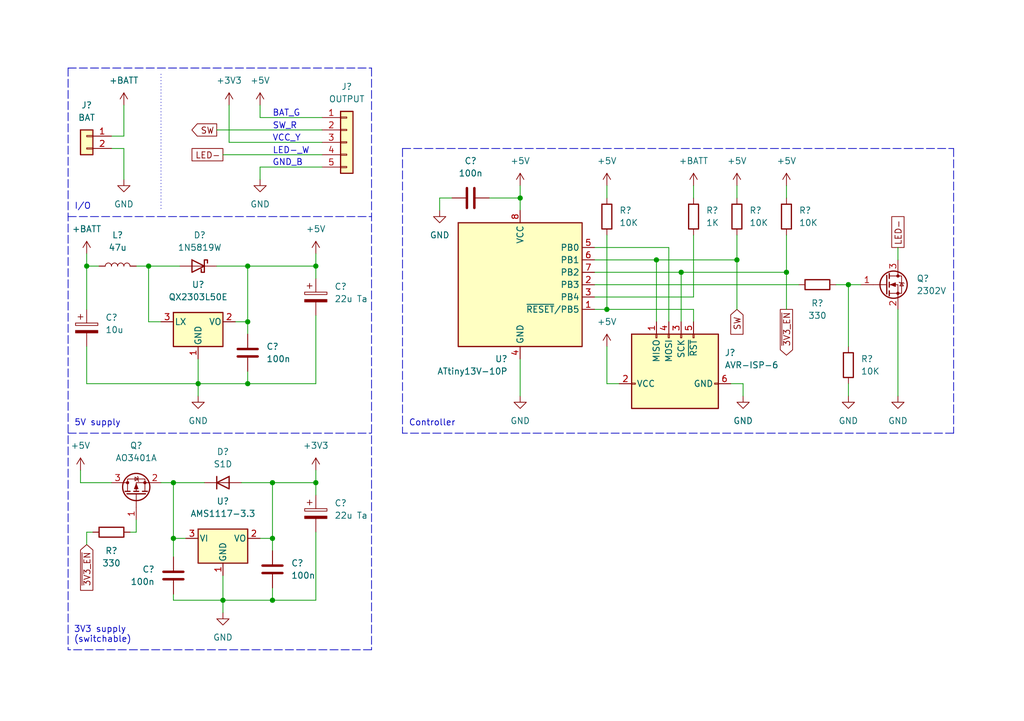
<source format=kicad_sch>
(kicad_sch (version 20211123) (generator eeschema)
  (paper "A5")
  (title_block (title "Napoleon Grill Battery Supply") (date "2024-10-22") (rev "0.1-alpha") (company "Yavook!de") (comment 1 "Napoleon Rogue SE (Special Edition) 425"))
  (lib_symbols
    (symbol "Connector:AVR-ISP-6" (pin_names (offset 1.016))
      (property "Reference" "J" (at -6.35 11.43 0))
      (property "Value" "AVR-ISP-6" (at 0 11.43 0))
      (symbol "AVR-ISP-6_0_1"
        (rectangle (start -2.667 -6.858) (end -2.413 -7.62))
        (rectangle (start -2.667 10.16) (end -2.413 9.398))
        (rectangle (start 7.62 -2.413) (end 6.858 -2.667))
        (rectangle (start 7.62 0.127) (end 6.858 -0.127))
        (rectangle (start 7.62 2.667) (end 6.858 2.413))
        (rectangle (start 7.62 5.207) (end 6.858 4.953))
        (rectangle (start 7.62 10.16) (end -7.62 -7.62) (stroke (width 0.254)) (fill (type background)))
      )
      (symbol "AVR-ISP-6_1_1"
        (pin passive line (at 10.16 5.08 180) (length 2.54) (name "MISO") (number "1"))
        (pin passive line (at -2.54 12.7 270) (length 2.54) (name "VCC") (number "2"))
        (pin passive line (at 10.16 0 180) (length 2.54) (name "SCK") (number "3"))
        (pin passive line (at 10.16 2.54 180) (length 2.54) (name "MOSI") (number "4"))
        (pin passive line (at 10.16 -2.54 180) (length 2.54) (name "~{RST}") (number "5"))
        (pin passive line (at -2.54 -10.16 90) (length 2.54) (name "GND") (number "6"))
      )
    )
    (symbol "Connector_Generic:Conn_01x02" (pin_names (offset 1.016) hide)
      (property "Reference" "J" (at 0 2.54 0))
      (property "Value" "Conn_01x02" (at 0 -5.08 0))
      (symbol "Conn_01x02_1_1"
        (rectangle (start -1.27 -2.413) (end 0 -2.667) (stroke (width 0.1524)))
        (rectangle (start -1.27 0.127) (end 0 -0.127) (stroke (width 0.1524)))
        (rectangle (start -1.27 1.27) (end 1.27 -3.81) (stroke (width 0.254)) (fill (type background)))
        (pin passive line (at -5.08 0 0) (length 3.81) (name "Pin_1") (number "1"))
        (pin passive line (at -5.08 -2.54 0) (length 3.81) (name "Pin_2") (number "2"))
      )
    )
    (symbol "Connector_Generic:Conn_01x05" (pin_names (offset 1.016) hide)
      (property "Reference" "J" (at 0 7.62 0))
      (property "Value" "Conn_01x05" (at 0 -7.62 0))
      (symbol "Conn_01x05_1_1"
        (rectangle (start -1.27 -4.953) (end 0 -5.207) (stroke (width 0.1524)))
        (rectangle (start -1.27 -2.413) (end 0 -2.667) (stroke (width 0.1524)))
        (rectangle (start -1.27 0.127) (end 0 -0.127) (stroke (width 0.1524)))
        (rectangle (start -1.27 2.667) (end 0 2.413) (stroke (width 0.1524)))
        (rectangle (start -1.27 5.207) (end 0 4.953) (stroke (width 0.1524)))
        (rectangle (start -1.27 6.35) (end 1.27 -6.35) (stroke (width 0.254)) (fill (type background)))
        (pin passive line (at -5.08 5.08 0) (length 3.81) (name "Pin_1") (number "1"))
        (pin passive line (at -5.08 2.54 0) (length 3.81) (name "Pin_2") (number "2"))
        (pin passive line (at -5.08 0 0) (length 3.81) (name "Pin_3") (number "3"))
        (pin passive line (at -5.08 -2.54 0) (length 3.81) (name "Pin_4") (number "4"))
        (pin passive line (at -5.08 -5.08 0) (length 3.81) (name "Pin_5") (number "5"))
      )
    )
    (symbol "Device:C" (pin_numbers hide) (pin_names (offset 0.254))
      (property "Reference" "C" (at 0.635 2.54 0))
      (property "Value" "C" (at 0.635 -2.54 0))
      (symbol "C_0_1"
        (polyline (pts (xy -2.032 -0.762) (xy 2.032 -0.762)) (stroke (width 0.508)))
        (polyline (pts (xy -2.032 0.762) (xy 2.032 0.762)) (stroke (width 0.508)))
      )
      (symbol "C_1_1"
        (pin passive line (at 0 3.81 270) (length 2.794) (name "~") (number "1"))
        (pin passive line (at 0 -3.81 90) (length 2.794) (name "~") (number "2"))
      )
    )
    (symbol "Device:C_Polarized" (pin_numbers hide) (pin_names (offset 0.254))
      (property "Reference" "C" (at 0.635 2.54 0))
      (property "Value" "C_Polarized" (at 0.635 -2.54 0))
      (symbol "C_Polarized_0_1"
        (rectangle (start -2.286 0.508) (end 2.286 1.016))
        (polyline (pts (xy -1.778 2.286) (xy -0.762 2.286)))
        (polyline (pts (xy -1.27 2.794) (xy -1.27 1.778)))
        (rectangle (start 2.286 -0.508) (end -2.286 -1.016) (fill (type outline)))
      )
      (symbol "C_Polarized_1_1"
        (pin passive line (at 0 3.81 270) (length 2.794) (name "~") (number "1"))
        (pin passive line (at 0 -3.81 90) (length 2.794) (name "~") (number "2"))
      )
    )
    (symbol "Device:D_Schottky" (pin_numbers hide) (pin_names (offset 1.016) hide)
      (property "Reference" "D" (at 0 2.54 0))
      (property "Value" "D_Schottky" (at 0 -2.54 0))
      (symbol "D_Schottky_0_1"
        (polyline (pts (xy 1.27 0) (xy -1.27 0)))
        (polyline (pts (xy 1.27 1.27) (xy 1.27 -1.27) (xy -1.27 0) (xy 1.27 1.27)) (stroke (width 0.254)))
        (polyline (pts (xy -1.905 0.635) (xy -1.905 1.27) (xy -1.27 1.27) (xy -1.27 -1.27) (xy -0.635 -1.27) (xy -0.635 -0.635)) (stroke (width 0.254)))
      )
      (symbol "D_Schottky_1_1"
        (pin passive line (at -3.81 0 0) (length 2.54) (name "K") (number "1"))
        (pin passive line (at 3.81 0 180) (length 2.54) (name "A") (number "2"))
      )
    )
    (symbol "Device:L" (pin_numbers hide) (pin_names (offset 1.016) hide)
      (property "Reference" "L" (at -1.27 0 90))
      (property "Value" "L" (at 1.905 0 90))
      (symbol "L_0_1"
        (arc (start 0 -2.54) (mid 0.635 -1.905) (end 0 -1.27))
        (arc (start 0 -1.27) (mid 0.635 -0.635) (end 0 0))
        (arc (start 0 0) (mid 0.635 0.635) (end 0 1.27))
        (arc (start 0 1.27) (mid 0.635 1.905) (end 0 2.54))
      )
      (symbol "L_1_1"
        (pin passive line (at 0 3.81 270) (length 1.27) (name "1") (number "1"))
        (pin passive line (at 0 -3.81 90) (length 1.27) (name "2") (number "2"))
      )
    )
    (symbol "Device:R" (pin_numbers hide) (pin_names (offset 0))
      (property "Reference" "R" (at 2.032 0 90))
      (property "Value" "R" (at 0 0 90))
      (symbol "R_0_1"
        (rectangle (start -1.016 -2.54) (end 1.016 2.54) (stroke (width 0.254)))
      )
      (symbol "R_1_1"
        (pin passive line (at 0 3.81 270) (length 1.27) (name "~") (number "1"))
        (pin passive line (at 0 -3.81 90) (length 1.27) (name "~") (number "2"))
      )
    )
    (symbol "Diode:US1D" (pin_numbers hide) (pin_names (offset 1.016) hide)
      (property "Reference" "D" (at 0 2.54 0))
      (property "Value" "US1D" (at 0 -2.54 0))
      (symbol "US1D_0_1"
        (polyline (pts (xy -1.27 1.27) (xy -1.27 -1.27)) (stroke (width 0.254)))
        (polyline (pts (xy 1.27 0) (xy -1.27 0)))
        (polyline (pts (xy 1.27 1.27) (xy 1.27 -1.27) (xy -1.27 0) (xy 1.27 1.27)) (stroke (width 0.254)))
      )
      (symbol "US1D_1_1"
        (pin passive line (at -3.81 0 0) (length 2.54) (name "K") (number "1"))
        (pin passive line (at 3.81 0 180) (length 2.54) (name "A") (number "2"))
      )
    )
    (symbol "MCU_Microchip_ATtiny:ATtiny13V-10P"
      (property "Reference" "U" (at -12.7 13.97 0))
      (property "Value" "ATtiny13V-10P" (at 2.54 -13.97 0))
      (symbol "ATtiny13V-10P_0_1"
        (rectangle (start -12.7 -12.7) (end 12.7 12.7) (stroke (width 0.254)) (fill (type background)))
      )
      (symbol "ATtiny13V-10P_1_1"
        (pin bidirectional line (at 15.24 -5.08 180) (length 2.54) (name "~{RESET}/PB5") (number "1"))
        (pin bidirectional line (at 15.24 0 180) (length 2.54) (name "PB3") (number "2"))
        (pin bidirectional line (at 15.24 -2.54 180) (length 2.54) (name "PB4") (number "3"))
        (pin power_in line (at 0 -15.24 90) (length 2.54) (name "GND") (number "4"))
        (pin bidirectional line (at 15.24 7.62 180) (length 2.54) (name "PB0") (number "5"))
        (pin bidirectional line (at 15.24 5.08 180) (length 2.54) (name "PB1") (number "6"))
        (pin bidirectional line (at 15.24 2.54 180) (length 2.54) (name "PB2") (number "7"))
        (pin power_in line (at 0 15.24 270) (length 2.54) (name "VCC") (number "8"))
      )
    )
    (symbol "Regulator_Linear:AMS1117-3.3" (pin_names (offset 0.254))
      (property "Reference" "U" (at -3.81 3.175 0))
      (property "Value" "AMS1117-3.3" (at 0 3.175 0))
      (symbol "AMS1117-3.3_0_1"
        (rectangle (start -5.08 -5.08) (end 5.08 1.905) (stroke (width 0.254)) (fill (type background)))
      )
      (symbol "AMS1117-3.3_1_1"
        (pin power_in line (at 0 -7.62 90) (length 2.54) (name "GND") (number "1"))
        (pin power_out line (at 7.62 0 180) (length 2.54) (name "VO") (number "2"))
        (pin power_in line (at -7.62 0 0) (length 2.54) (name "VI") (number "3"))
      )
    )
    (symbol "Transistor_FET:AO3401A" (pin_names hide)
      (property "Reference" "Q" (at 5.08 1.905 0))
      (property "Value" "AO3401A" (at 5.08 0 0))
      (symbol "AO3401A_0_1"
        (polyline (pts (xy 0.254 0) (xy -2.54 0)))
        (polyline (pts (xy 0.254 1.905) (xy 0.254 -1.905)) (stroke (width 0.254)))
        (polyline (pts (xy 0.762 -1.27) (xy 0.762 -2.286)) (stroke (width 0.254)))
        (polyline (pts (xy 0.762 0.508) (xy 0.762 -0.508)) (stroke (width 0.254)))
        (polyline (pts (xy 0.762 2.286) (xy 0.762 1.27)) (stroke (width 0.254)))
        (polyline (pts (xy 2.54 2.54) (xy 2.54 1.778)))
        (polyline (pts (xy 2.54 -2.54) (xy 2.54 0) (xy 0.762 0)))
        (polyline (pts (xy 0.762 1.778) (xy 3.302 1.778) (xy 3.302 -1.778) (xy 0.762 -1.778)))
        (polyline (pts (xy 2.286 0) (xy 1.27 0.381) (xy 1.27 -0.381) (xy 2.286 0)) (fill (type outline)))
        (polyline (pts (xy 2.794 -0.508) (xy 2.921 -0.381) (xy 3.683 -0.381) (xy 3.81 -0.254)))
        (polyline (pts (xy 3.302 -0.381) (xy 2.921 0.254) (xy 3.683 0.254) (xy 3.302 -0.381)))
        (circle (center 1.651 0) (radius 2.794) (stroke (width 0.254)))
        (circle (center 2.54 -1.778) (radius 0.254) (fill (type outline)))
        (circle (center 2.54 1.778) (radius 0.254) (fill (type outline)))
      )
      (symbol "AO3401A_1_1"
        (pin input line (at -5.08 0 0) (length 2.54) (name "G") (number "1"))
        (pin passive line (at 2.54 -5.08 90) (length 2.54) (name "S") (number "2"))
        (pin passive line (at 2.54 5.08 270) (length 2.54) (name "D") (number "3"))
      )
    )
    (symbol "Transistor_FET:DMG2302U" (pin_names hide)
      (property "Reference" "Q" (at 5.08 1.905 0))
      (property "Value" "DMG2302U" (at 5.08 0 0))
      (symbol "DMG2302U_0_1"
        (polyline (pts (xy 0.254 0) (xy -2.54 0)))
        (polyline (pts (xy 0.254 1.905) (xy 0.254 -1.905)) (stroke (width 0.254)))
        (polyline (pts (xy 0.762 -1.27) (xy 0.762 -2.286)) (stroke (width 0.254)))
        (polyline (pts (xy 0.762 0.508) (xy 0.762 -0.508)) (stroke (width 0.254)))
        (polyline (pts (xy 0.762 2.286) (xy 0.762 1.27)) (stroke (width 0.254)))
        (polyline (pts (xy 2.54 2.54) (xy 2.54 1.778)))
        (polyline (pts (xy 2.54 -2.54) (xy 2.54 0) (xy 0.762 0)))
        (polyline (pts (xy 0.762 -1.778) (xy 3.302 -1.778) (xy 3.302 1.778) (xy 0.762 1.778)))
        (polyline (pts (xy 1.016 0) (xy 2.032 0.381) (xy 2.032 -0.381) (xy 1.016 0)) (fill (type outline)))
        (polyline (pts (xy 2.794 0.508) (xy 2.921 0.381) (xy 3.683 0.381) (xy 3.81 0.254)))
        (polyline (pts (xy 3.302 0.381) (xy 2.921 -0.254) (xy 3.683 -0.254) (xy 3.302 0.381)))
        (circle (center 1.651 0) (radius 2.794) (stroke (width 0.254)))
        (circle (center 2.54 -1.778) (radius 0.254) (fill (type outline)))
        (circle (center 2.54 1.778) (radius 0.254) (fill (type outline)))
      )
      (symbol "DMG2302U_1_1"
        (pin input line (at -5.08 0 0) (length 2.54) (name "G") (number "1"))
        (pin passive line (at 2.54 -5.08 90) (length 2.54) (name "S") (number "2"))
        (pin passive line (at 2.54 5.08 270) (length 2.54) (name "D") (number "3"))
      )
    )
    (symbol "mini-boards:QX2303L50E" (pin_names (offset 0.254))
      (property "Reference" "U" (at -3.81 3.175 0))
      (property "Value" "QX2303L50E" (at 0 3.175 0))
      (symbol "QX2303L50E_0_1"
        (rectangle (start -5.08 -5.08) (end 5.08 1.905) (stroke (width 0.254)) (fill (type background)))
      )
      (symbol "QX2303L50E_1_1"
        (pin power_in line (at 0 -7.62 90) (length 2.54) (name "GND") (number "1"))
        (pin power_out line (at 7.62 0 180) (length 2.54) (name "VO") (number "2"))
        (pin open_collector line (at -7.62 0 0) (length 2.54) (name "LX") (number "3"))
      )
    )
    (symbol "power:+3V3" (power) (pin_names (offset 0))
      (property "Value" "+3V3" (at 0 3.556 0))
      (symbol "+3V3_0_1"
        (polyline (pts (xy -0.762 1.27) (xy 0 2.54)))
        (polyline (pts (xy 0 0) (xy 0 2.54)))
        (polyline (pts (xy 0 2.54) (xy 0.762 1.27)))
      )
      (symbol "+3V3_1_1"
        (pin power_in line (at 0 0 90) (length 0) hide (name "+3V3") (number "1"))
      )
    )
    (symbol "power:+5V" (power) (pin_names (offset 0))
      (property "Value" "+5V" (at 0 3.556 0))
      (symbol "+5V_0_1"
        (polyline (pts (xy -0.762 1.27) (xy 0 2.54)))
        (polyline (pts (xy 0 0) (xy 0 2.54)))
        (polyline (pts (xy 0 2.54) (xy 0.762 1.27)))
      )
      (symbol "+5V_1_1"
        (pin power_in line (at 0 0 90) (length 0) hide (name "+5V") (number "1"))
      )
    )
    (symbol "power:+BATT" (power) (pin_names (offset 0))
      (property "Value" "+BATT" (at 0 3.556 0))
      (symbol "+BATT_0_1"
        (polyline (pts (xy -0.762 1.27) (xy 0 2.54)))
        (polyline (pts (xy 0 0) (xy 0 2.54)))
        (polyline (pts (xy 0 2.54) (xy 0.762 1.27)))
      )
      (symbol "+BATT_1_1"
        (pin power_in line (at 0 0 90) (length 0) hide (name "+BATT") (number "1"))
      )
    )
    (symbol "power:GND" (power) (pin_names (offset 0))
      (property "Value" "GND" (at 0 -3.81 0))
      (symbol "GND_0_1"
        (polyline (pts (xy 0 0) (xy 0 -1.27) (xy 1.27 -1.27) (xy 0 -2.54) (xy -1.27 -1.27) (xy 0 -1.27)))
      )
      (symbol "GND_1_1"
        (pin power_in line (at 0 0 270) (length 0) hide (name "GND") (number "1"))
      )
    )
  )
  (junction (at 139.7 55.88))
  (junction (at 40.64 78.74))
  (junction (at 50.8 78.74))
  (junction (at 35.56 110.49))
  (junction (at 124.46 63.5))
  (junction (at 35.56 99.06))
  (junction (at 151.13 53.34))
  (junction (at 173.99 58.42))
  (junction (at 55.88 123.19))
  (junction (at 134.62 53.34))
  (junction (at 50.8 54.61))
  (junction (at 30.48 54.61))
  (junction (at 161.29 55.88))
  (junction (at 45.72 123.19))
  (junction (at 64.77 99.06))
  (junction (at 64.77 54.61))
  (junction (at 17.78 54.61))
  (junction (at 55.88 110.49))
  (junction (at 50.8 66.04))
  (junction (at 106.68 40.64))
  (junction (at 55.88 99.06))
  (wire (pts (xy 50.8 54.61) (xy 64.77 54.61)))
  (wire (pts (xy 16.51 99.06) (xy 22.86 99.06)))
  (wire (pts (xy 142.24 38.1) (xy 142.24 40.64)))
  (wire (pts (xy 49.53 99.06) (xy 55.88 99.06)))
  (polyline (pts (xy 13.97 13.97) (xy 13.97 133.35)))
  (wire (pts (xy 53.34 34.29) (xy 53.34 36.83)))
  (wire (pts (xy 106.68 73.66) (xy 106.68 81.28)))
  (polyline (pts (xy 13.97 88.9) (xy 76.2 88.9)))
  (wire (pts (xy 134.62 53.34) (xy 134.62 66.04)))
  (wire (pts (xy 40.64 73.66) (xy 40.64 78.74)))
  (wire (pts (xy 44.45 26.67) (xy 66.04 26.67)))
  (wire (pts (xy 35.56 123.19) (xy 45.72 123.19)))
  (wire (pts (xy 121.92 50.8) (xy 137.16 50.8)))
  (wire (pts (xy 45.72 31.75) (xy 66.04 31.75)))
  (wire (pts (xy 121.92 58.42) (xy 163.83 58.42)))
  (wire (pts (xy 55.88 99.06) (xy 55.88 110.49)))
  (wire (pts (xy 55.88 99.06) (xy 64.77 99.06)))
  (wire (pts (xy 106.68 38.1) (xy 106.68 40.64)))
  (wire (pts (xy 25.4 21.59) (xy 25.4 27.94)))
  (polyline (pts (xy 13.97 44.45) (xy 76.2 44.45)))
  (wire (pts (xy 22.86 30.48) (xy 25.4 30.48)))
  (wire (pts (xy 184.15 63.5) (xy 184.15 81.28)))
  (polyline (pts (xy 33.02 15.24) (xy 33.02 43.18)) (stroke (width 0) (type dot)))
  (wire (pts (xy 22.86 27.94) (xy 25.4 27.94)))
  (wire (pts (xy 55.88 120.65) (xy 55.88 123.19)))
  (wire (pts (xy 100.33 40.64) (xy 106.68 40.64)))
  (wire (pts (xy 64.77 96.52) (xy 64.77 99.06)))
  (wire (pts (xy 121.92 55.88) (xy 139.7 55.88)))
  (wire (pts (xy 17.78 111.76) (xy 17.78 109.22)))
  (wire (pts (xy 64.77 52.07) (xy 64.77 54.61)))
  (wire (pts (xy 142.24 60.96) (xy 142.24 48.26)))
  (wire (pts (xy 48.26 66.04) (xy 50.8 66.04)))
  (wire (pts (xy 16.51 96.52) (xy 16.51 99.06)))
  (wire (pts (xy 90.17 40.64) (xy 90.17 43.18)))
  (wire (pts (xy 152.4 78.74) (xy 152.4 81.28)))
  (wire (pts (xy 17.78 54.61) (xy 20.32 54.61)))
  (wire (pts (xy 139.7 55.88) (xy 139.7 66.04)))
  (wire (pts (xy 17.78 78.74) (xy 40.64 78.74)))
  (wire (pts (xy 124.46 38.1) (xy 124.46 40.64)))
  (wire (pts (xy 149.86 78.74) (xy 152.4 78.74)))
  (polyline (pts (xy 76.2 13.97) (xy 76.2 133.35)))
  (wire (pts (xy 137.16 50.8) (xy 137.16 66.04)))
  (wire (pts (xy 124.46 78.74) (xy 127 78.74)))
  (wire (pts (xy 124.46 48.26) (xy 124.46 63.5)))
  (polyline (pts (xy 195.58 30.48) (xy 195.58 88.9)))
  (wire (pts (xy 55.88 110.49) (xy 55.88 113.03)))
  (wire (pts (xy 151.13 38.1) (xy 151.13 40.64)))
  (wire (pts (xy 27.94 109.22) (xy 27.94 106.68)))
  (wire (pts (xy 64.77 123.19) (xy 55.88 123.19)))
  (wire (pts (xy 121.92 60.96) (xy 142.24 60.96)))
  (wire (pts (xy 64.77 109.22) (xy 64.77 123.19)))
  (polyline (pts (xy 82.55 30.48) (xy 195.58 30.48)))
  (wire (pts (xy 106.68 40.64) (xy 106.68 43.18)))
  (polyline (pts (xy 76.2 133.35) (xy 13.97 133.35)))
  (wire (pts (xy 35.56 121.92) (xy 35.56 123.19)))
  (wire (pts (xy 171.45 58.42) (xy 173.99 58.42)))
  (wire (pts (xy 30.48 54.61) (xy 36.83 54.61)))
  (wire (pts (xy 17.78 109.22) (xy 19.05 109.22)))
  (wire (pts (xy 46.99 29.21) (xy 66.04 29.21)))
  (wire (pts (xy 92.71 40.64) (xy 90.17 40.64)))
  (wire (pts (xy 184.15 50.8) (xy 184.15 53.34)))
  (wire (pts (xy 124.46 63.5) (xy 142.24 63.5)))
  (wire (pts (xy 17.78 52.07) (xy 17.78 54.61)))
  (wire (pts (xy 64.77 64.77) (xy 64.77 78.74)))
  (wire (pts (xy 53.34 24.13) (xy 66.04 24.13)))
  (wire (pts (xy 30.48 66.04) (xy 30.48 54.61)))
  (wire (pts (xy 50.8 76.2) (xy 50.8 78.74)))
  (wire (pts (xy 151.13 48.26) (xy 151.13 53.34)))
  (wire (pts (xy 50.8 78.74) (xy 64.77 78.74)))
  (wire (pts (xy 17.78 63.5) (xy 17.78 54.61)))
  (wire (pts (xy 53.34 34.29) (xy 66.04 34.29)))
  (wire (pts (xy 45.72 123.19) (xy 45.72 118.11)))
  (wire (pts (xy 121.92 53.34) (xy 134.62 53.34)))
  (wire (pts (xy 142.24 66.04) (xy 142.24 63.5)))
  (wire (pts (xy 40.64 78.74) (xy 40.64 81.28)))
  (wire (pts (xy 64.77 99.06) (xy 64.77 101.6)))
  (wire (pts (xy 45.72 123.19) (xy 45.72 125.73)))
  (wire (pts (xy 161.29 48.26) (xy 161.29 55.88)))
  (wire (pts (xy 35.56 99.06) (xy 41.91 99.06)))
  (polyline (pts (xy 82.55 30.48) (xy 82.55 88.9)))
  (wire (pts (xy 26.67 109.22) (xy 27.94 109.22)))
  (wire (pts (xy 35.56 110.49) (xy 35.56 99.06)))
  (wire (pts (xy 38.1 110.49) (xy 35.56 110.49)))
  (wire (pts (xy 50.8 78.74) (xy 40.64 78.74)))
  (wire (pts (xy 17.78 71.12) (xy 17.78 78.74)))
  (polyline (pts (xy 13.97 13.97) (xy 76.2 13.97)))
  (wire (pts (xy 27.94 54.61) (xy 30.48 54.61)))
  (wire (pts (xy 55.88 123.19) (xy 45.72 123.19)))
  (polyline (pts (xy 195.58 88.9) (xy 82.55 88.9)))
  (wire (pts (xy 53.34 21.59) (xy 53.34 24.13)))
  (wire (pts (xy 173.99 58.42) (xy 173.99 71.12)))
  (wire (pts (xy 50.8 66.04) (xy 50.8 68.58)))
  (wire (pts (xy 44.45 54.61) (xy 50.8 54.61)))
  (wire (pts (xy 35.56 110.49) (xy 35.56 114.3)))
  (wire (pts (xy 121.92 63.5) (xy 124.46 63.5)))
  (wire (pts (xy 33.02 99.06) (xy 35.56 99.06)))
  (wire (pts (xy 173.99 81.28) (xy 173.99 78.74)))
  (wire (pts (xy 53.34 110.49) (xy 55.88 110.49)))
  (wire (pts (xy 161.29 55.88) (xy 161.29 63.5)))
  (wire (pts (xy 151.13 53.34) (xy 151.13 63.5)))
  (wire (pts (xy 173.99 58.42) (xy 176.53 58.42)))
  (wire (pts (xy 64.77 54.61) (xy 64.77 57.15)))
  (wire (pts (xy 33.02 66.04) (xy 30.48 66.04)))
  (wire (pts (xy 46.99 29.21) (xy 46.99 21.59)))
  (wire (pts (xy 134.62 53.34) (xy 151.13 53.34)))
  (wire (pts (xy 161.29 38.1) (xy 161.29 40.64)))
  (wire (pts (xy 139.7 55.88) (xy 161.29 55.88)))
  (wire (pts (xy 124.46 71.12) (xy 124.46 78.74)))
  (wire (pts (xy 50.8 54.61) (xy 50.8 66.04)))
  (wire (pts (xy 25.4 30.48) (xy 25.4 36.83)))
  (text "I/O" (at 15.24 43.18 0) (effects (font (size 1.27 1.27)) (justify left bottom)))
  (text "VCC_Y" (at 55.8496 29.1853 0) (effects (font (size 1.27 1.27)) (justify left bottom)))
  (text "GND_B" (at 55.8496 34.2009 0) (effects (font (size 1.27 1.27)) (justify left bottom)))
  (text "5V supply" (at 15.2157 87.6125 0) (effects (font (size 1.27 1.27)) (justify left bottom)))
  (text "SW_R" (at 55.88 26.67 0) (effects (font (size 1.27 1.27)) (justify left bottom)))
  (text "BAT_G" (at 55.8496 24.0693 0) (effects (font (size 1.27 1.27)) (justify left bottom)))
  (text "LED-_W" (at 55.88 31.75 0) (effects (font (size 1.27 1.27)) (justify left bottom)))
  (text "3V3 supply\n(switchable)" (at 15.1293 132.0625 0) (effects (font (size 1.27 1.27)) (justify left bottom)))
  (text "Controller" (at 83.82 87.63 0) (effects (font (size 1.27 1.27)) (justify left bottom)))
  (global_label "~{3V3_EN}" (shape output) (at 161.29 63.5 270) (property "Referenzen zwischen Schaltplänen" "${INTERSHEET_REFS}" (effects hide)))
  (global_label "LED-" (shape passive) (at 45.72 31.75 180) (property "Referenzen zwischen Schaltplänen" "${INTERSHEET_REFS}" (effects hide)))
  (global_label "SW" (shape input) (at 151.13 63.5 270) (property "Referenzen zwischen Schaltplänen" "${INTERSHEET_REFS}" (effects hide)))
  (global_label "~{3V3_EN}" (shape input) (at 17.78 111.76 270) (property "Referenzen zwischen Schaltplänen" "${INTERSHEET_REFS}" (effects hide)))
  (global_label "LED-" (shape passive) (at 184.15 50.8 90) (property "Referenzen zwischen Schaltplänen" "${INTERSHEET_REFS}" (effects hide)))
  (global_label "SW" (shape output) (at 44.45 26.67 180) (property "Referenzen zwischen Schaltplänen" "${INTERSHEET_REFS}" (effects hide)))
  (symbol (lib_id "MCU_Microchip_ATtiny:ATtiny13V-10P") (at 106.68 58.42 0) (unit 1)
    (property "Reference" "U?" (at 104.14 73.66 0) (effects (justify right)))
    (property "Value" "ATtiny13V-10P" (at 104.14 76.2 0) (effects (justify right)))
    (property "Footprint" "Package_DIP:DIP-8_W7.62mm_Socket_LongPads" (effects hide))
    (property "Datasheet" "http://ww1.microchip.com/downloads/en/DeviceDoc/doc2535.pdf" (effects hide))
  )
  (symbol (lib_id "power:+5V") (at 161.29 38.1 0) (unit 1)
    (property "Reference" "#PWR?" (effects hide))
    (property "Value" "+5V" (at 161.29 33.02 0))
  )
  (symbol (lib_id "power:+5V") (at 124.46 38.1 0) (unit 1)
    (property "Reference" "#PWR?" (effects hide))
    (property "Value" "+5V" (at 124.46 33.02 0))
  )
  (symbol (lib_id "power:GND") (at 45.72 125.73 0) (unit 1)
    (property "Reference" "#PWR0111" (effects hide))
    (property "Value" "GND" (at 45.72 130.81 0))
  )
  (symbol (lib_id "power:+5V") (at 64.77 52.07 0) (unit 1)
    (property "Reference" "#PWR0107" (effects hide))
    (property "Value" "+5V" (at 64.77 46.99 0))
  )
  (symbol (lib_id "Device:R") (at 22.86 109.22 90) (unit 1)
    (property "Reference" "R?" (at 22.86 113.03 90))
    (property "Value" "330" (at 22.86 115.57 90))
  )
  (symbol (lib_id "Device:C_Polarized") (at 64.77 60.96 0) (unit 1)
    (property "Reference" "C?" (at 68.58 58.8009 0) (effects (justify left)))
    (property "Value" "22u Ta" (at 68.58 61.3409 0) (effects (justify left)))
    (property "Footprint" "Capacitor_SMD:C_1206_3216Metric_Pad1.33x1.80mm_HandSolder" (effects hide))
  )
  (symbol (lib_id "Device:C") (at 96.52 40.64 270) (unit 1)
    (property "Reference" "C?" (at 96.52 33.02 90))
    (property "Value" "100n" (at 96.52 35.56 90))
    (property "Footprint" "Capacitor_SMD:C_0805_2012Metric_Pad1.18x1.45mm_HandSolder" (effects hide))
  )
  (symbol (lib_id "power:GND") (at 90.17 43.18 0) (unit 1)
    (property "Reference" "#PWR?" (effects hide))
    (property "Value" "GND" (at 90.17 48.26 0))
  )
  (symbol (lib_id "Device:D_Schottky") (at 40.64 54.61 0) (mirror y) (unit 1)
    (property "Reference" "D?" (at 40.9575 48.26 0))
    (property "Value" "1N5819W" (at 40.9575 50.8 0))
    (property "Footprint" "Diode_SMD:D_SOD-123" (effects hide))
    (property "Datasheet" "https://www.lcsc.com/datasheet/lcsc_datasheet_2307181656_HXY-MOSFET-1N5819W_C5451628.pdf" (effects hide))
  )
  (symbol (lib_id "Device:R") (at 151.13 44.45 180) (unit 1)
    (property "Reference" "R?" (at 153.67 43.1799 0) (effects (justify right)))
    (property "Value" "10K" (at 153.67 45.7199 0) (effects (justify right)))
    (property "Footprint" "Resistor_SMD:R_0805_2012Metric_Pad1.20x1.40mm_HandSolder" (effects hide))
  )
  (symbol (lib_id "power:+5V") (at 53.34 21.59 0) (unit 1)
    (property "Reference" "#PWR0101" (effects hide))
    (property "Value" "+5V" (at 53.34 16.51 0))
  )
  (symbol (lib_id "Transistor_FET:DMG2302U") (at 181.61 58.42 0) (unit 1)
    (property "Reference" "Q?" (at 187.96 57.1499 0) (effects (justify left)))
    (property "Value" "2302V" (at 187.96 59.6899 0) (effects (justify left)))
    (property "Footprint" "Package_TO_SOT_SMD:SOT-23" (effects hide))
    (property "Datasheet" "https://www.lcsc.com/datasheet/lcsc_datasheet_2410010230_HL-2302V_C7431443.pdf" (effects hide))
  )
  (symbol (lib_id "power:+5V") (at 16.51 96.52 0) (unit 1)
    (property "Reference" "#PWR0106" (effects hide))
    (property "Value" "+5V" (at 16.51 91.44 0))
  )
  (symbol (lib_id "Device:R") (at 161.29 44.45 180) (unit 1)
    (property "Reference" "R?" (at 163.83 43.1799 0) (effects (justify right)))
    (property "Value" "10K" (at 163.83 45.7199 0) (effects (justify right)))
    (property "Footprint" "Resistor_SMD:R_0805_2012Metric_Pad1.20x1.40mm_HandSolder" (effects hide))
  )
  (symbol (lib_id "power:GND") (at 173.99 81.28 0) (unit 1)
    (property "Reference" "#PWR?" (effects hide))
    (property "Value" "GND" (at 173.99 86.36 0))
  )
  (symbol (lib_id "Device:C") (at 35.56 118.11 0) (mirror x) (unit 1)
    (property "Reference" "C?" (at 31.75 116.8399 0) (effects (justify right)))
    (property "Value" "100n" (at 31.75 119.3799 0) (effects (justify right)))
  )
  (symbol (lib_id "Device:C") (at 50.8 72.39 0) (unit 1)
    (property "Reference" "C?" (at 54.61 71.1199 0) (effects (justify left)))
    (property "Value" "100n" (at 54.61 73.6599 0) (effects (justify left)))
  )
  (symbol (lib_id "power:GND") (at 152.4 81.28 0) (unit 1)
    (property "Reference" "#PWR?" (effects hide))
    (property "Value" "GND" (at 152.4 86.36 0))
  )
  (symbol (lib_id "power:GND") (at 53.34 36.83 0) (unit 1)
    (property "Reference" "#PWR0105" (effects hide))
    (property "Value" "GND" (at 53.34 41.91 0))
  )
  (symbol (lib_id "Device:C_Polarized") (at 17.78 67.31 0) (unit 1)
    (property "Reference" "C?" (at 21.59 65.1509 0) (effects (justify left)))
    (property "Value" "10u" (at 21.59 67.6909 0) (effects (justify left)))
    (property "Footprint" "Capacitor_SMD:CP_Elec_4x5.4" (effects hide))
  )
  (symbol (lib_id "power:+BATT") (at 25.4 21.59 0) (unit 1)
    (property "Reference" "#PWR0103" (effects hide))
    (property "Value" "+BATT" (at 25.4 16.51 0))
  )
  (symbol (lib_id "Device:L") (at 24.13 54.61 90) (unit 1)
    (property "Reference" "L?" (at 24.13 48.26 90))
    (property "Value" "47u" (at 24.13 50.8 90))
    (property "Footprint" "Inductor_SMD:L_10.4x10.4_H4.8" (effects hide))
  )
  (symbol (lib_id "Device:R") (at 124.46 44.45 180) (unit 1)
    (property "Reference" "R?" (at 127 43.1799 0) (effects (justify right)))
    (property "Value" "10K" (at 127 45.7199 0) (effects (justify right)))
    (property "Footprint" "Resistor_SMD:R_0805_2012Metric_Pad1.20x1.40mm_HandSolder" (effects hide))
  )
  (symbol (lib_id "power:+5V") (at 151.13 38.1 0) (unit 1)
    (property "Reference" "#PWR?" (effects hide))
    (property "Value" "+5V" (at 151.13 33.02 0))
  )
  (symbol (lib_id "Connector:AVR-ISP-6") (at 139.7 76.2 90) (unit 1)
    (property "Reference" "J?" (at 148.59 72.39 90) (effects (justify right)))
    (property "Value" "AVR-ISP-6" (at 148.59 74.93 90) (effects (justify right)))
    (property "Footprint" "Connector_IDC:IDC-Header_2x03_P2.54mm_Vertical" (effects hide))
    (property "Datasheet" " ~" (effects hide))
  )
  (symbol (lib_id "power:GND") (at 184.15 81.28 0) (unit 1)
    (property "Reference" "#PWR?" (effects hide))
    (property "Value" "GND" (at 184.15 86.36 0))
  )
  (symbol (lib_id "power:GND") (at 40.64 81.28 0) (unit 1)
    (property "Reference" "#PWR0109" (effects hide))
    (property "Value" "GND" (at 40.64 86.36 0))
  )
  (symbol (lib_id "power:GND") (at 25.4 36.83 0) (unit 1)
    (property "Reference" "#PWR0104" (effects hide))
    (property "Value" "GND" (at 25.4 41.91 0))
  )
  (symbol (lib_id "power:+5V") (at 106.68 38.1 0) (unit 1)
    (property "Reference" "#PWR?" (effects hide))
    (property "Value" "+5V" (at 106.68 33.02 0))
  )
  (symbol (lib_id "Device:C_Polarized") (at 64.77 105.41 0) (unit 1)
    (property "Reference" "C?" (at 68.58 103.2509 0) (effects (justify left)))
    (property "Value" "22u Ta" (at 68.58 105.7909 0) (effects (justify left)))
    (property "Footprint" "Capacitor_SMD:C_1206_3216Metric_Pad1.33x1.80mm_HandSolder" (effects hide))
  )
  (symbol (lib_id "Device:R") (at 142.24 44.45 180) (unit 1)
    (property "Reference" "R?" (at 144.78 43.1799 0) (effects (justify right)))
    (property "Value" "1K" (at 144.78 45.7199 0) (effects (justify right)))
    (property "Footprint" "Resistor_SMD:R_0805_2012Metric_Pad1.20x1.40mm_HandSolder" (effects hide))
  )
  (symbol (lib_id "power:+3V3") (at 46.99 21.59 0) (unit 1)
    (property "Reference" "#PWR0102" (effects hide))
    (property "Value" "+3V3" (at 46.99 16.51 0))
  )
  (symbol (lib_id "Regulator_Linear:AMS1117-3.3") (at 45.72 110.49 0) (unit 1)
    (property "Reference" "U?" (at 45.72 102.87 0))
    (property "Value" "AMS1117-3.3" (at 45.72 105.41 0))
    (property "Footprint" "Package_TO_SOT_SMD:SOT-223-3_TabPin2" (effects hide))
    (property "Datasheet" "http://www.advanced-monolithic.com/pdf/ds1117.pdf" (effects hide))
  )
  (symbol (lib_id "power:+3V3") (at 64.77 96.52 0) (unit 1)
    (property "Reference" "#PWR0110" (effects hide))
    (property "Value" "+3V3" (at 64.77 91.44 0))
  )
  (symbol (lib_id "power:GND") (at 106.68 81.28 0) (unit 1)
    (property "Reference" "#PWR?" (effects hide))
    (property "Value" "GND" (at 106.68 86.36 0))
  )
  (symbol (lib_id "power:+5V") (at 124.46 71.12 0) (unit 1)
    (property "Reference" "#PWR?" (effects hide))
    (property "Value" "+5V" (at 124.46 66.04 0))
  )
  (symbol (lib_id "Transistor_FET:AO3401A") (at 27.94 101.6 90) (unit 1)
    (property "Reference" "Q?" (at 27.94 91.44 90))
    (property "Value" "AO3401A" (at 27.94 93.98 90))
    (property "Footprint" "Package_TO_SOT_SMD:SOT-23" (effects hide))
    (property "Datasheet" "http://www.aosmd.com/pdfs/datasheet/AO3401A.pdf" (effects hide))
  )
  (symbol (lib_id "power:+BATT") (at 142.24 38.1 0) (unit 1)
    (property "Reference" "#PWR?" (effects hide))
    (property "Value" "+BATT" (at 142.24 33.02 0))
  )
  (symbol (lib_id "Connector_Generic:Conn_01x02") (at 17.78 27.94 0) (mirror y) (unit 1)
    (property "Reference" "J?" (at 17.78 21.59 0))
    (property "Value" "BAT" (at 17.78 24.13 0))
  )
  (symbol (lib_id "Device:C") (at 55.88 116.84 0) (unit 1)
    (property "Reference" "C?" (at 59.69 115.5699 0) (effects (justify left)))
    (property "Value" "100n" (at 59.69 118.1099 0) (effects (justify left)))
  )
  (symbol (lib_id "Device:R") (at 167.64 58.42 90) (unit 1)
    (property "Reference" "R?" (at 167.64 62.23 90))
    (property "Value" "330" (at 167.64 64.77 90))
  )
  (symbol (lib_id "power:+BATT") (at 17.78 52.07 0) (unit 1)
    (property "Reference" "#PWR0108" (effects hide))
    (property "Value" "+BATT" (at 17.78 46.99 0))
  )
  (symbol (lib_id "Diode:US1D") (at 45.72 99.06 0) (unit 1)
    (property "Reference" "D?" (at 45.72 92.71 0))
    (property "Value" "S1D" (at 45.72 95.25 0))
    (property "Footprint" "Diode_SMD:D_SMA_Handsoldering" (effects hide))
    (property "Datasheet" "https://www.vishay.com/docs/88711/s1.pdf" (effects hide))
  )
  (symbol (lib_id "mini-boards:QX2303L50E") (at 40.64 66.04 0) (unit 1)
    (property "Reference" "U?" (at 40.64 58.42 0))
    (property "Value" "QX2303L50E" (at 40.64 60.96 0))
    (property "Footprint" "Package_TO_SOT_SMD:SOT-89-3_Handsoldering" (effects hide))
    (property "Datasheet" "https://www.lcsc.com/datasheet/lcsc_datasheet_1809201531_QX-Micro-Devices-QX2303L50TO_C236066.pdf" (effects hide))
  )
  (symbol (lib_id "Device:R") (at 173.99 74.93 180) (unit 1)
    (property "Reference" "R?" (at 176.53 73.6599 0) (effects (justify right)))
    (property "Value" "10K" (at 176.53 76.1999 0) (effects (justify right)))
    (property "Footprint" "Resistor_SMD:R_0805_2012Metric_Pad1.20x1.40mm_HandSolder" (effects hide))
  )
  (symbol (lib_id "Connector_Generic:Conn_01x05") (at 71.12 29.21 0) (unit 1)
    (property "Reference" "J?" (at 71.12 17.78 0))
    (property "Value" "OUTPUT" (at 71.12 20.32 0))
  )
)
</source>
